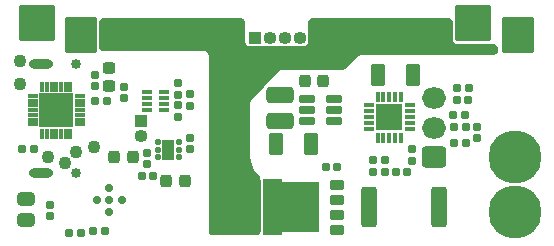
<source format=gbs>
G04 #@! TF.GenerationSoftware,KiCad,Pcbnew,8.0.7-8.0.7-0~ubuntu24.04.1*
G04 #@! TF.CreationDate,2024-12-30T22:48:23-07:00*
G04 #@! TF.ProjectId,2s 40A PSU and charger,32732034-3041-4205-9053-5520616e6420,V1*
G04 #@! TF.SameCoordinates,Original*
G04 #@! TF.FileFunction,Soldermask,Bot*
G04 #@! TF.FilePolarity,Negative*
%FSLAX46Y46*%
G04 Gerber Fmt 4.6, Leading zero omitted, Abs format (unit mm)*
G04 Created by KiCad (PCBNEW 8.0.7-8.0.7-0~ubuntu24.04.1) date 2024-12-30 22:48:23*
%MOMM*%
%LPD*%
G01*
G04 APERTURE LIST*
G04 Aperture macros list*
%AMRoundRect*
0 Rectangle with rounded corners*
0 $1 Rounding radius*
0 $2 $3 $4 $5 $6 $7 $8 $9 X,Y pos of 4 corners*
0 Add a 4 corners polygon primitive as box body*
4,1,4,$2,$3,$4,$5,$6,$7,$8,$9,$2,$3,0*
0 Add four circle primitives for the rounded corners*
1,1,$1+$1,$2,$3*
1,1,$1+$1,$4,$5*
1,1,$1+$1,$6,$7*
1,1,$1+$1,$8,$9*
0 Add four rect primitives between the rounded corners*
20,1,$1+$1,$2,$3,$4,$5,0*
20,1,$1+$1,$4,$5,$6,$7,0*
20,1,$1+$1,$6,$7,$8,$9,0*
20,1,$1+$1,$8,$9,$2,$3,0*%
%AMFreePoly0*
4,1,21,2.385355,3.535355,2.400000,3.500000,2.400000,2.000000,2.385355,1.964645,2.350000,1.950000,2.150000,1.950000,2.150000,-1.100000,2.135355,-1.135355,2.100000,-1.150000,-2.100000,-1.150000,-2.135355,-1.135355,-2.150000,-1.100000,-2.150000,1.950000,-2.350000,1.950000,-2.385355,1.964645,-2.400000,2.000000,-2.400000,3.500000,-2.385355,3.535355,-2.350000,3.550000,2.350000,3.550000,
2.385355,3.535355,2.385355,3.535355,$1*%
G04 Aperture macros list end*
%ADD10RoundRect,0.270409X-0.392091X-1.454591X0.392091X-1.454591X0.392091X1.454591X-0.392091X1.454591X0*%
%ADD11RoundRect,0.264706X0.760294X-0.635294X0.760294X0.635294X-0.760294X0.635294X-0.760294X-0.635294X0*%
%ADD12O,2.050000X1.800000*%
%ADD13RoundRect,0.050000X0.500000X-0.500000X0.500000X0.500000X-0.500000X0.500000X-0.500000X-0.500000X0*%
%ADD14O,1.100000X1.100000*%
%ADD15RoundRect,0.050000X-0.500000X-0.500000X0.500000X-0.500000X0.500000X0.500000X-0.500000X0.500000X0*%
%ADD16C,0.800000*%
%ADD17C,4.500000*%
%ADD18C,0.700000*%
%ADD19C,0.850020*%
%ADD20O,2.050020X0.800020*%
%ADD21RoundRect,0.165000X-0.195000X0.165000X-0.195000X-0.165000X0.195000X-0.165000X0.195000X0.165000X0*%
%ADD22RoundRect,0.160000X0.160000X0.210000X-0.160000X0.210000X-0.160000X-0.210000X0.160000X-0.210000X0*%
%ADD23RoundRect,0.118750X0.118750X0.131250X-0.118750X0.131250X-0.118750X-0.131250X0.118750X-0.131250X0*%
%ADD24RoundRect,0.050000X0.500000X0.800000X-0.500000X0.800000X-0.500000X-0.800000X0.500000X-0.800000X0*%
%ADD25RoundRect,0.160000X0.210000X-0.160000X0.210000X0.160000X-0.210000X0.160000X-0.210000X-0.160000X0*%
%ADD26RoundRect,0.165000X-0.165000X-0.195000X0.165000X-0.195000X0.165000X0.195000X-0.165000X0.195000X0*%
%ADD27RoundRect,0.271739X-0.353261X-0.678261X0.353261X-0.678261X0.353261X0.678261X-0.353261X0.678261X0*%
%ADD28RoundRect,0.250000X0.250000X0.275000X-0.250000X0.275000X-0.250000X-0.275000X0.250000X-0.275000X0*%
%ADD29C,1.100000*%
%ADD30RoundRect,0.250000X-0.250000X-0.275000X0.250000X-0.275000X0.250000X0.275000X-0.250000X0.275000X0*%
%ADD31RoundRect,0.066667X-0.318333X-0.133333X0.318333X-0.133333X0.318333X0.133333X-0.318333X0.133333X0*%
%ADD32RoundRect,0.165000X0.195000X-0.165000X0.195000X0.165000X-0.195000X0.165000X-0.195000X-0.165000X0*%
%ADD33RoundRect,0.270000X-0.880000X0.405000X-0.880000X-0.405000X0.880000X-0.405000X0.880000X0.405000X0*%
%ADD34RoundRect,0.160000X-0.210000X0.160000X-0.210000X-0.160000X0.210000X-0.160000X0.210000X0.160000X0*%
%ADD35RoundRect,0.165000X0.165000X0.195000X-0.165000X0.195000X-0.165000X-0.195000X0.165000X-0.195000X0*%
%ADD36RoundRect,0.160000X-0.160000X-0.210000X0.160000X-0.210000X0.160000X0.210000X-0.160000X0.210000X0*%
%ADD37RoundRect,0.100000X1.250000X1.400000X-1.250000X1.400000X-1.250000X-1.400000X1.250000X-1.400000X0*%
%ADD38RoundRect,0.200000X0.425000X-0.200000X0.425000X0.200000X-0.425000X0.200000X-0.425000X-0.200000X0*%
%ADD39FreePoly0,90.000000*%
%ADD40RoundRect,0.102000X-1.400000X-1.400000X1.400000X-1.400000X1.400000X1.400000X-1.400000X1.400000X0*%
%ADD41RoundRect,0.050000X0.406400X-0.127000X0.406400X0.127000X-0.406400X0.127000X-0.406400X-0.127000X0*%
%ADD42RoundRect,0.050000X0.127000X0.406400X-0.127000X0.406400X-0.127000X-0.406400X0.127000X-0.406400X0*%
%ADD43RoundRect,0.050000X1.079500X1.079500X-1.079500X1.079500X-1.079500X-1.079500X1.079500X-1.079500X0*%
%ADD44RoundRect,0.075000X0.362500X0.075000X-0.362500X0.075000X-0.362500X-0.075000X0.362500X-0.075000X0*%
%ADD45RoundRect,0.075000X0.075000X0.362500X-0.075000X0.362500X-0.075000X-0.362500X0.075000X-0.362500X0*%
%ADD46RoundRect,0.050000X1.400000X1.400000X-1.400000X1.400000X-1.400000X-1.400000X1.400000X-1.400000X0*%
%ADD47RoundRect,0.274390X0.475610X-0.288110X0.475610X0.288110X-0.475610X0.288110X-0.475610X-0.288110X0*%
%ADD48RoundRect,0.175000X0.537500X0.175000X-0.537500X0.175000X-0.537500X-0.175000X0.537500X-0.175000X0*%
%ADD49RoundRect,0.172500X-0.197500X0.172500X-0.197500X-0.172500X0.197500X-0.172500X0.197500X0.172500X0*%
%ADD50RoundRect,0.250000X-0.275000X0.250000X-0.275000X-0.250000X0.275000X-0.250000X0.275000X0.250000X0*%
G04 APERTURE END LIST*
D10*
G04 #@! TO.C,R14*
X138337500Y-129200000D03*
X144262500Y-129200000D03*
G04 #@! TD*
D11*
G04 #@! TO.C,J2*
X143900000Y-125000000D03*
D12*
X143900000Y-122500000D03*
X143900000Y-120000000D03*
G04 #@! TD*
D13*
G04 #@! TO.C,J11*
X128690000Y-114900000D03*
D14*
X129960000Y-114900000D03*
X131230000Y-114900000D03*
X132500000Y-114900000D03*
G04 #@! TD*
D15*
G04 #@! TO.C,J12*
X119100000Y-121900000D03*
D14*
X119100000Y-123170000D03*
G04 #@! TD*
D16*
G04 #@! TO.C,H1*
X149050000Y-129600000D03*
X149533274Y-128433274D03*
X149533274Y-130766726D03*
X150700000Y-127950000D03*
D17*
X150700000Y-129600000D03*
D16*
X150700000Y-131250000D03*
X151866726Y-128433274D03*
X151866726Y-130766726D03*
X152350000Y-129600000D03*
G04 #@! TD*
D18*
G04 #@! TO.C,U3*
X116400000Y-127550000D03*
X117450000Y-128600000D03*
X116400000Y-128600000D03*
X115350000Y-128600000D03*
X116400000Y-129650000D03*
G04 #@! TD*
D19*
G04 #@! TO.C,J10*
X113590000Y-117105000D03*
D20*
X110610000Y-117105000D03*
D19*
X113590000Y-126295000D03*
D20*
X110610000Y-126295000D03*
G04 #@! TD*
D21*
G04 #@! TO.C,C32*
X119600000Y-124620000D03*
X119600000Y-125580000D03*
G04 #@! TD*
D22*
G04 #@! TO.C,R30*
X114010000Y-131400000D03*
X112990000Y-131400000D03*
G04 #@! TD*
D23*
G04 #@! TO.C,U7*
X122275000Y-123700000D03*
X122275000Y-124350000D03*
X122275000Y-125000000D03*
X120500000Y-125000000D03*
X120500000Y-124350000D03*
X120500000Y-123700000D03*
D24*
X121387500Y-124350000D03*
G04 #@! TD*
D25*
G04 #@! TO.C,R26*
X122200000Y-119710000D03*
X122200000Y-118690000D03*
G04 #@! TD*
D26*
G04 #@! TO.C,C15*
X119120000Y-126600000D03*
X120080000Y-126600000D03*
G04 #@! TD*
D27*
G04 #@! TO.C,C28*
X139124999Y-118000000D03*
X142075001Y-118000000D03*
G04 #@! TD*
D22*
G04 #@! TO.C,R31*
X116010000Y-131200000D03*
X114990000Y-131200000D03*
G04 #@! TD*
D28*
G04 #@! TO.C,C31*
X118375000Y-125000000D03*
X116825000Y-125000000D03*
G04 #@! TD*
G04 #@! TO.C,C40*
X134475000Y-118500000D03*
X132925000Y-118500000D03*
G04 #@! TD*
D29*
G04 #@! TO.C,TP4*
X108800000Y-116800000D03*
G04 #@! TD*
G04 #@! TO.C,TP3*
X113600000Y-124500000D03*
G04 #@! TD*
D30*
G04 #@! TO.C,C24*
X121225000Y-127000000D03*
X122775000Y-127000000D03*
G04 #@! TD*
D22*
G04 #@! TO.C,R16*
X146610000Y-122400000D03*
X145590000Y-122400000D03*
G04 #@! TD*
D31*
G04 #@! TO.C,U5*
X119560000Y-120950000D03*
X119560000Y-120450000D03*
X119560000Y-119950000D03*
X119560000Y-119450000D03*
X121040000Y-119450000D03*
X121040000Y-119950000D03*
X121040000Y-120450000D03*
X121040000Y-120950000D03*
G04 #@! TD*
D32*
G04 #@! TO.C,C13*
X147500000Y-123380000D03*
X147500000Y-122420000D03*
G04 #@! TD*
D22*
G04 #@! TO.C,R17*
X146810000Y-119100000D03*
X145790000Y-119100000D03*
G04 #@! TD*
D29*
G04 #@! TO.C,TP2*
X115100000Y-124100000D03*
G04 #@! TD*
D33*
G04 #@! TO.C,L3*
X130800000Y-119725000D03*
X130800000Y-121875000D03*
G04 #@! TD*
D34*
G04 #@! TO.C,R6*
X138700000Y-125240000D03*
X138700000Y-126260000D03*
G04 #@! TD*
D29*
G04 #@! TO.C,TP5*
X112600000Y-125500000D03*
G04 #@! TD*
G04 #@! TO.C,TP6*
X111200000Y-125000000D03*
G04 #@! TD*
D34*
G04 #@! TO.C,R5*
X139700000Y-125240000D03*
X139700000Y-126260000D03*
G04 #@! TD*
G04 #@! TO.C,R27*
X123200000Y-119590000D03*
X123200000Y-120610000D03*
G04 #@! TD*
D35*
G04 #@! TO.C,C30*
X109980000Y-124300000D03*
X109020000Y-124300000D03*
G04 #@! TD*
D36*
G04 #@! TO.C,R33*
X115190000Y-120200000D03*
X116210000Y-120200000D03*
G04 #@! TD*
D34*
G04 #@! TO.C,R4*
X142000000Y-124290000D03*
X142000000Y-125310000D03*
G04 #@! TD*
D37*
G04 #@! TO.C,J8*
X150950000Y-114600000D03*
G04 #@! TD*
D21*
G04 #@! TO.C,C25*
X115200000Y-118020000D03*
X115200000Y-118980000D03*
G04 #@! TD*
D35*
G04 #@! TO.C,C19*
X146780000Y-120100000D03*
X145820000Y-120100000D03*
G04 #@! TD*
D38*
G04 #@! TO.C,Q6*
X135650000Y-127295000D03*
X135650000Y-128565000D03*
X135650000Y-129835000D03*
X135650000Y-131105000D03*
D39*
X132925000Y-129200000D03*
G04 #@! TD*
D21*
G04 #@! TO.C,C33*
X123200000Y-123320000D03*
X123200000Y-124280000D03*
G04 #@! TD*
D35*
G04 #@! TO.C,C18*
X146460000Y-121400000D03*
X145500000Y-121400000D03*
G04 #@! TD*
D40*
G04 #@! TO.C,J7*
X110250000Y-113650000D03*
G04 #@! TD*
D41*
G04 #@! TO.C,U1*
X141827200Y-120599748D03*
X141827200Y-121099874D03*
X141827200Y-121600000D03*
X141827200Y-122100126D03*
X141827200Y-122600252D03*
D42*
X141100252Y-123327200D03*
X140600126Y-123327200D03*
X140100000Y-123327200D03*
X139599874Y-123327200D03*
X139099748Y-123327200D03*
D41*
X138372800Y-122600252D03*
X138372800Y-122100126D03*
X138372800Y-121600000D03*
X138372800Y-121099874D03*
X138372800Y-120599748D03*
D42*
X139099748Y-119872800D03*
X139599874Y-119872800D03*
X140100000Y-119872800D03*
X140600126Y-119872800D03*
X141100252Y-119872800D03*
D43*
X140100000Y-121600000D03*
G04 #@! TD*
D35*
G04 #@! TO.C,C4*
X135680000Y-125800000D03*
X134720000Y-125800000D03*
G04 #@! TD*
D27*
G04 #@! TO.C,C27*
X130525000Y-123900000D03*
X133475000Y-123900000D03*
G04 #@! TD*
D44*
G04 #@! TO.C,U6*
X113887500Y-119800000D03*
X113887500Y-120200000D03*
X113887500Y-120600000D03*
X113887500Y-121000000D03*
X113887500Y-121400000D03*
X113887500Y-121800000D03*
X113887500Y-122200000D03*
D45*
X113100000Y-122987500D03*
X112700000Y-122987500D03*
X112300000Y-122987500D03*
X111900000Y-122987500D03*
X111500000Y-122987500D03*
X111100000Y-122987500D03*
X110700000Y-122987500D03*
D44*
X109912500Y-122200000D03*
X109912500Y-121800000D03*
X109912500Y-121400000D03*
X109912500Y-121000000D03*
X109912500Y-120600000D03*
X109912500Y-120200000D03*
X109912500Y-119800000D03*
D45*
X110700000Y-119012500D03*
X111100000Y-119012500D03*
X111500000Y-119012500D03*
X111900000Y-119012500D03*
X112300000Y-119012500D03*
X112700000Y-119012500D03*
X113100000Y-119012500D03*
D46*
X111900000Y-121000000D03*
G04 #@! TD*
D47*
G04 #@! TO.C,R9*
X109300000Y-130312500D03*
X109300000Y-128487500D03*
G04 #@! TD*
D29*
G04 #@! TO.C,TP1*
X108800000Y-118800000D03*
G04 #@! TD*
D22*
G04 #@! TO.C,R15*
X146610000Y-123800000D03*
X145590000Y-123800000D03*
G04 #@! TD*
D25*
G04 #@! TO.C,R28*
X122200000Y-121610000D03*
X122200000Y-120590000D03*
G04 #@! TD*
D48*
G04 #@! TO.C,U2*
X135437500Y-120050000D03*
X135437500Y-121000000D03*
X135437500Y-121950000D03*
X133162500Y-121950000D03*
X133162500Y-121000000D03*
X133162500Y-120050000D03*
G04 #@! TD*
D49*
G04 #@! TO.C,D2*
X111400000Y-129015000D03*
X111400000Y-129985000D03*
G04 #@! TD*
D37*
G04 #@! TO.C,J9*
X113950000Y-114600000D03*
G04 #@! TD*
D50*
G04 #@! TO.C,C26*
X116400000Y-117425000D03*
X116400000Y-118975000D03*
G04 #@! TD*
D32*
G04 #@! TO.C,C29*
X117600000Y-119980000D03*
X117600000Y-119020000D03*
G04 #@! TD*
D40*
G04 #@! TO.C,J6*
X147200001Y-113650000D03*
G04 #@! TD*
D35*
G04 #@! TO.C,C3*
X141580000Y-126200000D03*
X140620000Y-126200000D03*
G04 #@! TD*
D16*
G04 #@! TO.C,H2*
X149533274Y-123833274D03*
X150700000Y-123350000D03*
X149050000Y-125000000D03*
X151866726Y-123833274D03*
D17*
X150700000Y-125000000D03*
D16*
X149533274Y-126166726D03*
X152350000Y-125000000D03*
X150700000Y-126650000D03*
X151866726Y-126166726D03*
G04 #@! TD*
G36*
X127509641Y-113201527D02*
G01*
X127604206Y-113216504D01*
X127641104Y-113228492D01*
X127717616Y-113267477D01*
X127749002Y-113290281D01*
X127809718Y-113350997D01*
X127832522Y-113382383D01*
X127871507Y-113458895D01*
X127883495Y-113495792D01*
X127898473Y-113590357D01*
X127900000Y-113609755D01*
X127900000Y-115200005D01*
X127919575Y-115323604D01*
X127976394Y-115435114D01*
X127976397Y-115435119D01*
X128064880Y-115523602D01*
X128064885Y-115523605D01*
X128176396Y-115580424D01*
X128176395Y-115580424D01*
X128299995Y-115600000D01*
X132800005Y-115600000D01*
X132923604Y-115580424D01*
X133035114Y-115523605D01*
X133035119Y-115523602D01*
X133123602Y-115435119D01*
X133123605Y-115435114D01*
X133180424Y-115323604D01*
X133200000Y-115200005D01*
X133200000Y-113609755D01*
X133201527Y-113590358D01*
X133216504Y-113495793D01*
X133228492Y-113458895D01*
X133267477Y-113382383D01*
X133290281Y-113350997D01*
X133350997Y-113290281D01*
X133382383Y-113267477D01*
X133458895Y-113228492D01*
X133495793Y-113216503D01*
X133590359Y-113201526D01*
X133609756Y-113200000D01*
X145090244Y-113200000D01*
X145109641Y-113201527D01*
X145204206Y-113216504D01*
X145241104Y-113228492D01*
X145317616Y-113267477D01*
X145349002Y-113290281D01*
X145409718Y-113350997D01*
X145432522Y-113382383D01*
X145471507Y-113458895D01*
X145483495Y-113495792D01*
X145498473Y-113590357D01*
X145500000Y-113609755D01*
X145500000Y-115000005D01*
X145519575Y-115123604D01*
X145576394Y-115235114D01*
X145576397Y-115235119D01*
X145664880Y-115323602D01*
X145664885Y-115323605D01*
X145776396Y-115380424D01*
X145776395Y-115380424D01*
X145899995Y-115400000D01*
X148890244Y-115400000D01*
X148909641Y-115401527D01*
X149004206Y-115416504D01*
X149041104Y-115428492D01*
X149117616Y-115467477D01*
X149149002Y-115490281D01*
X149209718Y-115550997D01*
X149232522Y-115582383D01*
X149271507Y-115658895D01*
X149283495Y-115695792D01*
X149298473Y-115790357D01*
X149300000Y-115809755D01*
X149300000Y-115890244D01*
X149298473Y-115909642D01*
X149283495Y-116004207D01*
X149271507Y-116041104D01*
X149232522Y-116117616D01*
X149209718Y-116149002D01*
X149149002Y-116209718D01*
X149117616Y-116232522D01*
X149041104Y-116271507D01*
X149004207Y-116283495D01*
X148909642Y-116298473D01*
X148890244Y-116300000D01*
X137757074Y-116300000D01*
X137610872Y-116327677D01*
X137610867Y-116327679D01*
X137484893Y-116406884D01*
X137484890Y-116406887D01*
X136323630Y-117485199D01*
X136305257Y-117499308D01*
X136209004Y-117559827D01*
X136166066Y-117576688D01*
X136054356Y-117597836D01*
X136031291Y-117600000D01*
X130974766Y-117600000D01*
X130866298Y-117614987D01*
X130765956Y-117658828D01*
X130765950Y-117658832D01*
X130681262Y-117728236D01*
X128406494Y-120184986D01*
X128406493Y-120184987D01*
X128327573Y-120310807D01*
X128327572Y-120310809D01*
X128300000Y-120456744D01*
X128300000Y-124846427D01*
X128300001Y-124846458D01*
X128303537Y-124899516D01*
X128303539Y-124899530D01*
X128314092Y-124951674D01*
X128579910Y-125926337D01*
X128606487Y-125996826D01*
X128606491Y-125996833D01*
X128645811Y-126061080D01*
X128645812Y-126061082D01*
X129114001Y-126685335D01*
X129124638Y-126702186D01*
X129170134Y-126789018D01*
X129182696Y-126826704D01*
X129198399Y-126923467D01*
X129200000Y-126943330D01*
X129200000Y-131190244D01*
X129198473Y-131209642D01*
X129183495Y-131304207D01*
X129171507Y-131341104D01*
X129132522Y-131417616D01*
X129109718Y-131449002D01*
X129049002Y-131509718D01*
X129017616Y-131532522D01*
X128941104Y-131571507D01*
X128904207Y-131583495D01*
X128809642Y-131598473D01*
X128790244Y-131600000D01*
X125209756Y-131600000D01*
X125190358Y-131598473D01*
X125095792Y-131583495D01*
X125058895Y-131571507D01*
X124982383Y-131532522D01*
X124950997Y-131509718D01*
X124890281Y-131449002D01*
X124867477Y-131417616D01*
X124828492Y-131341104D01*
X124816504Y-131304206D01*
X124801527Y-131209641D01*
X124800000Y-131190244D01*
X124800000Y-116399994D01*
X124780424Y-116276395D01*
X124723605Y-116164885D01*
X124723602Y-116164880D01*
X124635119Y-116076397D01*
X124635114Y-116076394D01*
X124523603Y-116019575D01*
X124523604Y-116019575D01*
X124400005Y-116000000D01*
X115909756Y-116000000D01*
X115890358Y-115998473D01*
X115795792Y-115983495D01*
X115758895Y-115971507D01*
X115682383Y-115932522D01*
X115650997Y-115909718D01*
X115590281Y-115849002D01*
X115567477Y-115817616D01*
X115528492Y-115741104D01*
X115516504Y-115704206D01*
X115501527Y-115609641D01*
X115500000Y-115590244D01*
X115500000Y-113609755D01*
X115501527Y-113590358D01*
X115516504Y-113495793D01*
X115528492Y-113458895D01*
X115567477Y-113382383D01*
X115590281Y-113350997D01*
X115650997Y-113290281D01*
X115682383Y-113267477D01*
X115758895Y-113228492D01*
X115795793Y-113216503D01*
X115890359Y-113201526D01*
X115909756Y-113200000D01*
X127490244Y-113200000D01*
X127509641Y-113201527D01*
G37*
M02*

</source>
